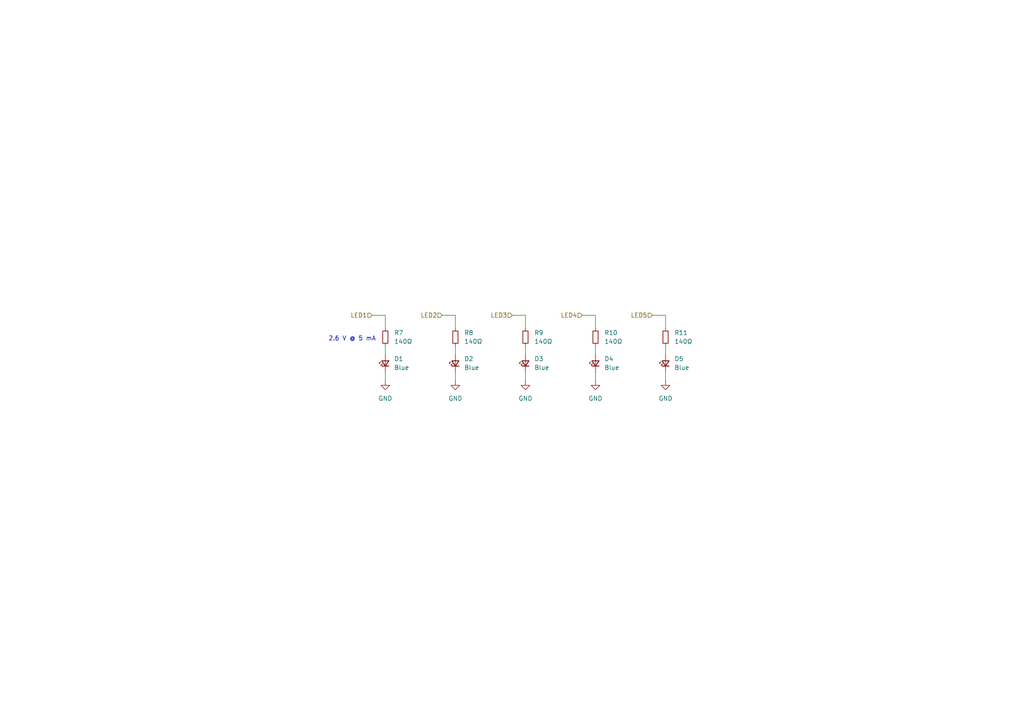
<source format=kicad_sch>
(kicad_sch (version 20211123) (generator eeschema)
  (paper "A4")
  (title_block (title "Debug LEDs") (date "2022-12-29") (rev "${REVISION}") (company "Authors: A. Kotkov, I. Kajdan") (comment 1 "Reviewer: A. Bondyra"))
  (lib_symbols
    (symbol "Device:LED_Small" (pin_numbers hide) (pin_names (offset 0.254) hide)
      (property "Reference" "D" (at -1.27 3.175 0))
      (property "Value" "LED_Small" (at -4.445 -2.54 0))
      (symbol "LED_Small_0_1"
        (polyline (pts (xy -0.762 -1.016) (xy -0.762 1.016)) (stroke (width 0.254)))
        (polyline (pts (xy 1.016 0) (xy -0.762 0)))
        (polyline (pts (xy 0.762 -1.016) (xy -0.762 0) (xy 0.762 1.016) (xy 0.762 -1.016)) (stroke (width 0.254)))
        (polyline (pts (xy 0 0.762) (xy -0.508 1.27) (xy -0.254 1.27) (xy -0.508 1.27) (xy -0.508 1.016)))
        (polyline (pts (xy 0.508 1.27) (xy 0 1.778) (xy 0.254 1.778) (xy 0 1.778) (xy 0 1.524)))
      )
      (symbol "LED_Small_1_1"
        (pin passive line (at -2.54 0 0) (length 1.778) (name "K") (number "1"))
        (pin passive line (at 2.54 0 180) (length 1.778) (name "A") (number "2"))
      )
    )
    (symbol "Device:R_Small" (pin_numbers hide) (pin_names (offset 0.254) hide)
      (property "Reference" "R" (at 0.762 0.508 0))
      (property "Value" "R_Small" (at 0.762 -1.016 0))
      (symbol "R_Small_0_1"
        (rectangle (start -0.762 1.778) (end 0.762 -1.778) (stroke (width 0.2032)))
      )
      (symbol "R_Small_1_1"
        (pin passive line (at 0 2.54 270) (length 0.762) (name "~") (number "1"))
        (pin passive line (at 0 -2.54 90) (length 0.762) (name "~") (number "2"))
      )
    )
    (symbol "power:GND" (power) (pin_names (offset 0))
      (property "Value" "GND" (at 0 -3.81 0))
      (symbol "GND_0_1"
        (polyline (pts (xy 0 0) (xy 0 -1.27) (xy 1.27 -1.27) (xy 0 -2.54) (xy -1.27 -1.27) (xy 0 -1.27)))
      )
      (symbol "GND_1_1"
        (pin power_in line (at 0 0 270) (length 0) hide (name "GND") (number "1"))
      )
    )
  )
  (wire (pts (xy 193.04 95.25) (xy 193.04 91.44)))
  (wire (pts (xy 128.27 91.44) (xy 132.08 91.44)))
  (wire (pts (xy 148.59 91.44) (xy 152.4 91.44)))
  (wire (pts (xy 193.04 100.33) (xy 193.04 102.87)))
  (wire (pts (xy 132.08 100.33) (xy 132.08 102.87)))
  (wire (pts (xy 189.23 91.44) (xy 193.04 91.44)))
  (wire (pts (xy 152.4 100.33) (xy 152.4 102.87)))
  (wire (pts (xy 132.08 107.95) (xy 132.08 110.49)))
  (wire (pts (xy 168.91 91.44) (xy 172.72 91.44)))
  (wire (pts (xy 172.72 95.25) (xy 172.72 91.44)))
  (wire (pts (xy 107.95 91.44) (xy 111.76 91.44)))
  (wire (pts (xy 172.72 107.95) (xy 172.72 110.49)))
  (wire (pts (xy 152.4 107.95) (xy 152.4 110.49)))
  (wire (pts (xy 193.04 107.95) (xy 193.04 110.49)))
  (wire (pts (xy 111.76 100.33) (xy 111.76 102.87)))
  (wire (pts (xy 172.72 100.33) (xy 172.72 102.87)))
  (wire (pts (xy 152.4 95.25) (xy 152.4 91.44)))
  (wire (pts (xy 111.76 107.95) (xy 111.76 110.49)))
  (wire (pts (xy 111.76 95.25) (xy 111.76 91.44)))
  (wire (pts (xy 132.08 95.25) (xy 132.08 91.44)))
  (text "2.6 V @ 5 mA" (at 95.25 99.06 0) (effects (font (size 1.27 1.27)) (justify left bottom)))
  (hierarchical_label "LED1" (shape input) (at 107.95 91.44 180))
  (hierarchical_label "LED3" (shape input) (at 148.59 91.44 180))
  (hierarchical_label "LED5" (shape input) (at 189.23 91.44 180))
  (hierarchical_label "LED2" (shape input) (at 128.27 91.44 180))
  (hierarchical_label "LED4" (shape input) (at 168.91 91.44 180))
  (symbol (lib_id "Device:LED_Small") (at 152.4 105.41 90) (unit 1)
    (property "Reference" "D3" (at 154.94 104.0764 90) (effects (justify right)))
    (property "Value" "Blue" (at 154.94 106.6164 90) (effects (justify right)))
    (property "Footprint" "LED_SMD:LED_0603_1608Metric" (effects hide))
  )
  (symbol (lib_id "power:GND") (at 193.04 110.49 0) (unit 1)
    (property "Reference" "#PWR030" (effects hide))
    (property "Value" "GND" (at 193.04 115.57 0))
  )
  (symbol (lib_id "Device:LED_Small") (at 132.08 105.41 90) (unit 1)
    (property "Reference" "D2" (at 134.62 104.0764 90) (effects (justify right)))
    (property "Value" "Blue" (at 134.62 106.6164 90) (effects (justify right)))
    (property "Footprint" "LED_SMD:LED_0603_1608Metric" (effects hide))
  )
  (symbol (lib_id "Device:LED_Small") (at 111.76 105.41 90) (unit 1)
    (property "Reference" "D1" (at 114.3 104.0764 90) (effects (justify right)))
    (property "Value" "Blue" (at 114.3 106.6164 90) (effects (justify right)))
    (property "Footprint" "LED_SMD:LED_0603_1608Metric" (effects hide))
  )
  (symbol (lib_id "power:GND") (at 132.08 110.49 0) (unit 1)
    (property "Reference" "#PWR027" (effects hide))
    (property "Value" "GND" (at 132.08 115.57 0))
  )
  (symbol (lib_id "Device:R_Small") (at 111.76 97.79 0) (unit 1)
    (property "Reference" "R7" (at 114.3 96.5199 0) (effects (justify left)))
    (property "Value" "140Ω" (at 114.3 99.0599 0) (effects (justify left)))
    (property "Footprint" "Resistor_SMD:R_0603_1608Metric" (effects hide))
  )
  (symbol (lib_id "Device:R_Small") (at 193.04 97.79 0) (unit 1)
    (property "Reference" "R11" (at 195.58 96.5199 0) (effects (justify left)))
    (property "Value" "140Ω" (at 195.58 99.0599 0) (effects (justify left)))
    (property "Footprint" "Resistor_SMD:R_0603_1608Metric" (effects hide))
  )
  (symbol (lib_id "power:GND") (at 172.72 110.49 0) (unit 1)
    (property "Reference" "#PWR029" (effects hide))
    (property "Value" "GND" (at 172.72 115.57 0))
  )
  (symbol (lib_id "Device:R_Small") (at 132.08 97.79 0) (unit 1)
    (property "Reference" "R8" (at 134.62 96.5199 0) (effects (justify left)))
    (property "Value" "140Ω" (at 134.62 99.0599 0) (effects (justify left)))
    (property "Footprint" "Resistor_SMD:R_0603_1608Metric" (effects hide))
  )
  (symbol (lib_id "Device:R_Small") (at 152.4 97.79 0) (unit 1)
    (property "Reference" "R9" (at 154.94 96.5199 0) (effects (justify left)))
    (property "Value" "140Ω" (at 154.94 99.0599 0) (effects (justify left)))
    (property "Footprint" "Resistor_SMD:R_0603_1608Metric" (effects hide))
  )
  (symbol (lib_id "Device:LED_Small") (at 193.04 105.41 90) (unit 1)
    (property "Reference" "D5" (at 195.58 104.0764 90) (effects (justify right)))
    (property "Value" "Blue" (at 195.58 106.6164 90) (effects (justify right)))
    (property "Footprint" "LED_SMD:LED_0603_1608Metric" (effects hide))
  )
  (symbol (lib_id "power:GND") (at 152.4 110.49 0) (unit 1)
    (property "Reference" "#PWR028" (effects hide))
    (property "Value" "GND" (at 152.4 115.57 0))
  )
  (symbol (lib_id "Device:LED_Small") (at 172.72 105.41 90) (unit 1)
    (property "Reference" "D4" (at 175.26 104.0764 90) (effects (justify right)))
    (property "Value" "Blue" (at 175.26 106.6164 90) (effects (justify right)))
    (property "Footprint" "LED_SMD:LED_0603_1608Metric" (effects hide))
  )
  (symbol (lib_id "power:GND") (at 111.76 110.49 0) (unit 1)
    (property "Reference" "#PWR026" (effects hide))
    (property "Value" "GND" (at 111.76 115.57 0))
  )
  (symbol (lib_id "Device:R_Small") (at 172.72 97.79 0) (unit 1)
    (property "Reference" "R10" (at 175.26 96.5199 0) (effects (justify left)))
    (property "Value" "140Ω" (at 175.26 99.0599 0) (effects (justify left)))
    (property "Footprint" "Resistor_SMD:R_0603_1608Metric" (effects hide))
  )
)
</source>
